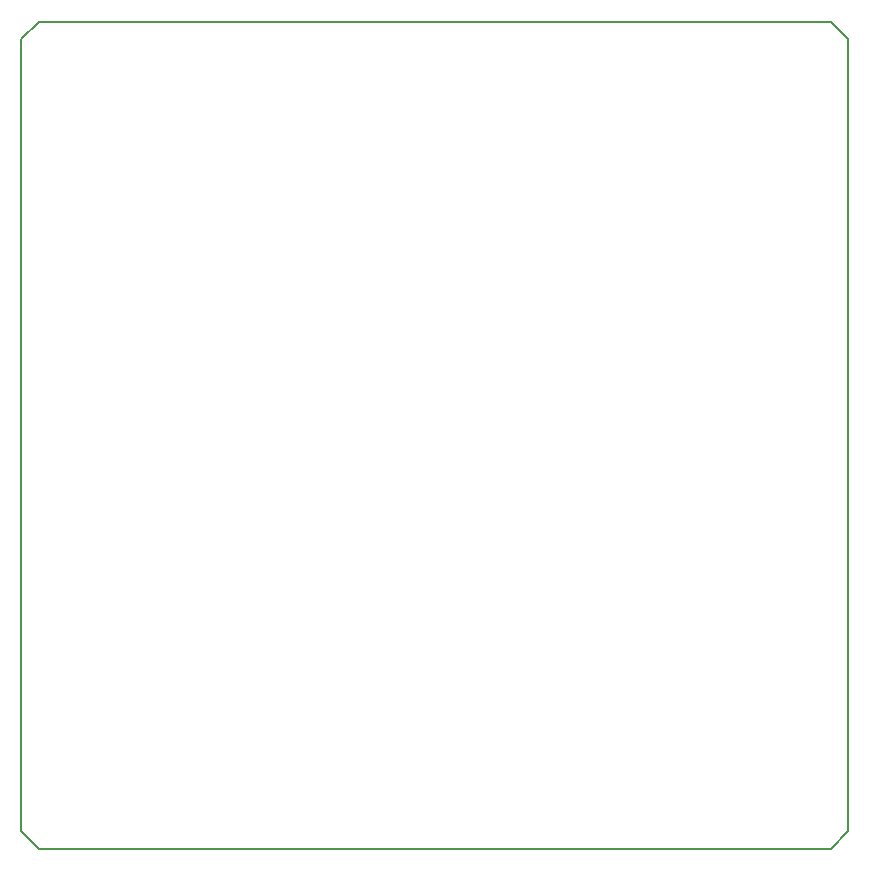
<source format=gbr>
G04 DesignSpark PCB PRO Gerber Version 10.0 Build 5299*
G04 #@! TF.Part,Single*
%FSLAX36Y36*%
%MOIN*%
%ADD26C,0.00500*%
G04 #@! TD.AperFunction*
X0Y0D02*
D02*
D26*
X43307Y62992D02*
Y2700787D01*
X102362Y2759843D01*
X2740157D01*
X2799213Y2700787D01*
Y62992D01*
X2740157Y3937D01*
X102362D01*
X43307Y62992D01*
X0Y0D02*
M02*

</source>
